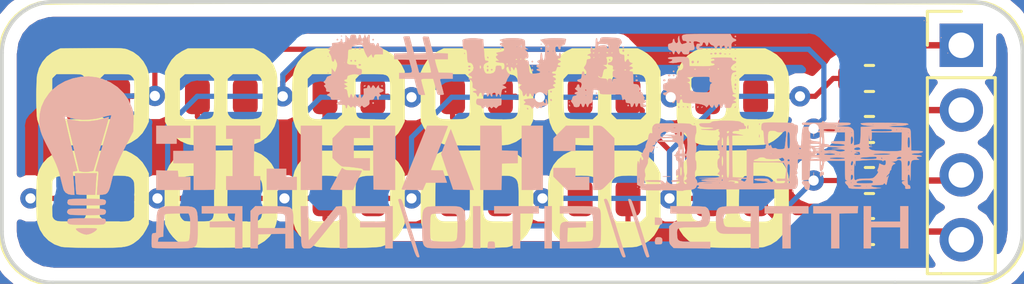
<source format=kicad_pcb>
(kicad_pcb (version 20171130) (host pcbnew "(5.0.0)")
  (layers (0 F.Cu signal hide) (31 B.Cu signal hide) (34 B.Paste user hide) (35 F.Paste user hide) (36 B.SilkS user) (37 F.SilkS user hide) (38 B.Mask user hide) (39 F.Mask user hide) (44 Edge.Cuts user))
  (net 0 "")
  (net 1 /IO1)
  (net 2 /IO2)
  (net 3 /IO3)
  (net 4 /IO4)
  (net 5 /PINCON1)
  (net 6 /PINCON2)
  (net 7 /PINCON3)
  (net 8 /PINCON4)
  (module LED_SMD:LED_0805_2012Metric (layer F.Cu) (at 176 103)
    (fp_text reference "" hide)
    (fp_text value "" hide)
    (pad 1 smd roundrect (at -0.9375 0) (size 0.975 1.4) (layers F.Cu F.Paste F.Mask) (net 3 /IO3))
    (pad 2 smd roundrect (at 0.9375 0) (size 0.975 1.4) (layers F.Cu F.Paste F.Mask) (net 1 /IO1))
  )
  (module LED_SMD:LED_0805_2012Metric (layer F.Cu) (at 176 107)
    (fp_text reference "" hide)
    (fp_text value "" hide)
    (pad 2 smd roundrect (at 0.9375 0) (size 0.975 1.4) (layers F.Cu F.Paste F.Mask) (net 3 /IO3))
    (pad 1 smd roundrect (at -0.9375 0) (size 0.975 1.4) (layers F.Cu F.Paste F.Mask) (net 1 /IO1))
  )
  (module LED_SMD:LED_0805_2012Metric (layer F.Cu) (at 181 103)
    (fp_text reference "" hide)
    (fp_text value "")
    (pad 1 smd roundrect (at -0.9375 0) (size 0.975 1.4) (layers F.Cu F.Paste F.Mask) (net 4 /IO4))
    (pad 2 smd roundrect (at 0.9375 0) (size 0.975 1.4) (layers F.Cu F.Paste F.Mask) (net 1 /IO1))
  )
  (module LED_SMD:LED_0805_2012Metric (layer F.Cu) (at 181 107)
    (fp_text reference "" hide)
    (fp_text value "" hide)
    (pad 2 smd roundrect (at 0.9375 0) (size 0.975 1.4) (layers F.Cu F.Paste F.Mask) (net 4 /IO4))
    (pad 1 smd roundrect (at -0.9375 0) (size 0.975 1.4) (layers F.Cu F.Paste F.Mask) (net 1 /IO1))
  )
  (module LED_SMD:LED_0805_2012Metric (layer F.Cu) (at 156 103)
    (fp_text reference "" hide)
    (fp_text value "")
    (pad 1 smd roundrect (at -0.9375 0) (size 0.975 1.4) (layers F.Cu F.Paste F.Mask) (net 2 /IO2))
    (pad 2 smd roundrect (at 0.9375 0) (size 0.975 1.4) (layers F.Cu F.Paste F.Mask) (net 1 /IO1))
  )
  (module LED_SMD:LED_0805_2012Metric (layer F.Cu) (at 156 107)
    (fp_text reference "" (at 0 -1.65) (layer F.SilkS))
    (fp_text value "" hide)
    (pad 1 smd roundrect (at -0.9375 0) (size 0.975 1.4) (layers F.Cu F.Paste F.Mask) (net 1 /IO1))
    (pad 2 smd roundrect (at 0.9375 0) (size 0.975 1.4) (layers F.Cu F.Paste F.Mask) (net 2 /IO2))
  )
  (module LED_SMD:LED_0805_2012Metric (layer F.Cu) (at 161 103)
    (fp_text reference "" hide)
    (fp_text value "")
    (pad 2 smd roundrect (at 0.9375 0) (size 0.975 1.4) (layers F.Cu F.Paste F.Mask) (net 2 /IO2))
    (pad 1 smd roundrect (at -0.9375 0) (size 0.975 1.4) (layers F.Cu F.Paste F.Mask) (net 3 /IO3))
  )
  (module LED_SMD:LED_0805_2012Metric (layer F.Cu) (at 161 107)
    (fp_text reference "" (at 0 -1.65) (layer F.SilkS))
    (fp_text value "" hide)
    (pad 2 smd roundrect (at 0.9375 0) (size 0.975 1.4) (layers F.Cu F.Paste F.Mask) (net 3 /IO3))
    (pad 1 smd roundrect (at -0.9375 0) (size 0.975 1.4) (layers F.Cu F.Paste F.Mask) (net 2 /IO2))
  )
  (module LED_SMD:LED_0805_2012Metric (layer F.Cu) (at 166 103)
    (fp_text reference "" hide)
    (fp_text value "" hide)
    (pad 1 smd roundrect (at -0.9375 0) (size 0.975 1.4) (layers F.Cu F.Paste F.Mask) (net 4 /IO4))
    (pad 2 smd roundrect (at 0.9375 0) (size 0.975 1.4) (layers F.Cu F.Paste F.Mask) (net 3 /IO3))
  )
  (module LED_SMD:LED_0805_2012Metric (layer F.Cu) (at 166 107)
    (fp_text reference "" hide)
    (fp_text value "" hide)
    (pad 2 smd roundrect (at 0.9375 0) (size 0.975 1.4) (layers F.Cu F.Paste F.Mask) (net 4 /IO4))
    (pad 1 smd roundrect (at -0.9375 0) (size 0.975 1.4) (layers F.Cu F.Paste F.Mask) (net 3 /IO3))
  )
  (module LED_SMD:LED_0805_2012Metric (layer F.Cu) (at 171 103)
    (fp_text reference "" hide)
    (fp_text value "")
    (pad 1 smd roundrect (at -0.9375 0) (size 0.975 1.4) (layers F.Cu F.Paste F.Mask) (net 2 /IO2))
    (pad 2 smd roundrect (at 0.9375 0) (size 0.975 1.4) (layers F.Cu F.Paste F.Mask) (net 4 /IO4))
  )
  (module LED_SMD:LED_0805_2012Metric (layer F.Cu) (at 171 107)
    (fp_text reference "" hide)
    (fp_text value "" hide)
    (pad 2 smd roundrect (at 0.9375 0) (size 0.975 1.4) (layers F.Cu F.Paste F.Mask) (net 2 /IO2))
    (pad 1 smd roundrect (at -0.9375 0) (size 0.975 1.4) (layers F.Cu F.Paste F.Mask) (net 4 /IO4))
  )
  (module Connector_PinHeader_2.54mm:PinHeader_1x04_P2.54mm_Vertical (layer F.Cu) (at 190 101)
    (fp_text reference "" hide)
    (fp_text value "")
    (pad 1 thru_hole rect (at 0 0) (size 1.7 1.7) (drill 1) (layers *.Cu *.Mask) (net 5 /PINCON1))
    (pad 2 thru_hole oval (at 0 2.54) (size 1.7 1.7) (drill 1) (layers *.Cu *.Mask) (net 6 /PINCON2))
    (pad 3 thru_hole oval (at 0 5.08) (size 1.7 1.7) (drill 1) (layers *.Cu *.Mask) (net 7 /PINCON3))
    (pad 4 thru_hole oval (at 0 7.62) (size 1.7 1.7) (drill 1) (layers *.Cu *.Mask) (net 8 /PINCON4))
  )
  (module Resistor_SMD:R_0603_1608Metric (layer F.Cu) (at 186.4 102.3 180)
    (fp_text reference "" (at 0 -1.43 180) (layer F.SilkS))
    (fp_text value "")
    (pad 2 smd roundrect (at 0.7875 0 180) (size 0.875 0.95) (layers F.Cu F.Paste F.Mask) (net 1 /IO1))
    (pad 1 smd roundrect (at -0.7875 0 180) (size 0.875 0.95) (layers F.Cu F.Paste F.Mask) (net 5 /PINCON1))
  )
  (module Resistor_SMD:R_0603_1608Metric (layer F.Cu) (at 186.4 104.3 180)
    (fp_text reference "" (at 0 -1.43 180) (layer F.SilkS))
    (fp_text value "")
    (pad 1 smd roundrect (at -0.7875 0 180) (size 0.875 0.95) (layers F.Cu F.Paste F.Mask) (net 6 /PINCON2))
    (pad 2 smd roundrect (at 0.7875 0 180) (size 0.875 0.95) (layers F.Cu F.Paste F.Mask) (net 2 /IO2))
  )
  (module Resistor_SMD:R_0603_1608Metric (layer F.Cu) (at 186.4 106.3 180)
    (fp_text reference "" (at 0 -1.43 180) (layer F.SilkS))
    (fp_text value "")
    (pad 2 smd roundrect (at 0.7875 0 180) (size 0.875 0.95) (layers F.Cu F.Paste F.Mask) (net 3 /IO3))
    (pad 1 smd roundrect (at -0.7875 0 180) (size 0.875 0.95) (layers F.Cu F.Paste F.Mask) (net 7 /PINCON3))
  )
  (module Resistor_SMD:R_0603_1608Metric (layer F.Cu) (at 186.4 108.3 180)
    (fp_text reference "" (at 0 -1.43 180) (layer F.SilkS))
    (fp_text value "")
    (pad 1 smd roundrect (at -0.7875 0 180) (size 0.875 0.95) (layers F.Cu F.Paste F.Mask) (net 8 /PINCON4))
    (pad 2 smd roundrect (at 0.7875 0 180) (size 0.875 0.95) (layers F.Cu F.Paste F.Mask) (net 4 /IO4))
  )
  (module CHARLIE:topsilk (layer F.Cu) (at 172.4 104.8)
    (fp_text reference G*** hide)
    (fp_text value LOGO hide)
  )
  (module CHARLIE:bottomsilk (layer B.Cu) (at 169.4 105.3 180)
    (fp_text reference G*** hide)
    (fp_text value LOGO hide)
  )
  (gr_line (start 190.4 110.3) (end 187.4 110.3) (layer Edge.Cuts) (width 0.15))
  (gr_line (start 187.4 99.3) (end 190.4 99.3) (layer Edge.Cuts) (width 0.15))
  (gr_line (start 152.4 101.3) (end 152.4 108.3) (layer Edge.Cuts) (width 0.15))
  (gr_arc (start 154.4 101.3) (end 154.4 99.3) (angle -90) (layer Edge.Cuts) (width 0.15))
  (gr_line (start 187.4 99.3) (end 154.4 99.3) (layer Edge.Cuts) (width 0.15))
  (gr_arc (start 190.4 101.3) (end 192.4 101.3) (angle -90) (layer Edge.Cuts) (width 0.15))
  (gr_line (start 192.4 108.3) (end 192.4 101.3) (layer Edge.Cuts) (width 0.15))
  (gr_arc (start 190.4 108.3) (end 190.4 110.3) (angle -90) (layer Edge.Cuts) (width 0.15))
  (gr_line (start 154.4 110.3) (end 187.4 110.3) (layer Edge.Cuts) (width 0.15))
  (gr_arc (start 154.4 108.3) (end 152.4 108.3) (angle -90) (layer Edge.Cuts) (width 0.15))
  (segment (start 155.0625 107) (end 153.5196 107) (width 0.2032) (layer F.Cu) (net 1))
  (segment (start 157.525 103) (end 157.5402 102.9848) (width 0.2032) (layer F.Cu) (net 1))
  (segment (start 156.9375 103) (end 157.525 103) (width 0.2032) (layer F.Cu) (net 1))
  (segment (start 157.5402 102.9848) (end 158.3944 102.9848) (width 0.2032) (layer F.Cu) (net 1))
  (segment (start 158.3944 102.9848) (end 158.3944 102.9848) (width 0.2032) (layer F.Cu) (net 1))
  (via (at 158.3944 102.9848) (size 0.8) (drill 0.4) (layers F.Cu B.Cu) (net 1))
  (segment (start 153.5196 107) (end 153.5196 107) (width 0.2032) (layer F.Cu) (net 1))
  (via (at 153.5196 107) (size 0.8) (drill 0.4) (layers F.Cu B.Cu) (net 1))
  (segment (start 153.919599 106.600001) (end 153.919599 104.157601) (width 0.2032) (layer B.Cu) (net 1))
  (segment (start 153.5196 107) (end 153.919599 106.600001) (width 0.2032) (layer B.Cu) (net 1))
  (segment (start 155.0924 102.9848) (end 158.3944 102.9848) (width 0.2032) (layer B.Cu) (net 1))
  (segment (start 153.919599 104.157601) (end 155.0924 102.9848) (width 0.2032) (layer B.Cu) (net 1))
  (segment (start 181.9375 103) (end 183.6776 103) (width 0.2032) (layer F.Cu) (net 1))
  (segment (start 180.0625 107) (end 178.564 107) (width 0.2032) (layer F.Cu) (net 1))
  (segment (start 174.475 107) (end 174.473 106.998) (width 0.2032) (layer F.Cu) (net 1))
  (segment (start 175.0625 107) (end 174.475 107) (width 0.2032) (layer F.Cu) (net 1))
  (segment (start 174.475 107) (end 173.5856 107) (width 0.2032) (layer F.Cu) (net 1))
  (segment (start 177.493737 103.556237) (end 177.493737 104.050137) (width 0.2032) (layer F.Cu) (net 1))
  (segment (start 176.9375 103) (end 177.493737 103.556237) (width 0.2032) (layer F.Cu) (net 1))
  (segment (start 178.564 105.1204) (end 178.564 107) (width 0.2032) (layer F.Cu) (net 1))
  (segment (start 177.493737 104.050137) (end 178.564 105.1204) (width 0.2032) (layer F.Cu) (net 1))
  (segment (start 178.564 107) (end 178.564 107) (width 0.2032) (layer F.Cu) (net 1))
  (via (at 178.564 107) (size 0.8) (drill 0.4) (layers F.Cu B.Cu) (net 1))
  (segment (start 173.5856 107) (end 173.5856 107) (width 0.2032) (layer F.Cu) (net 1))
  (via (at 173.5856 107) (size 0.8) (drill 0.4) (layers F.Cu B.Cu) (net 1))
  (segment (start 183.6776 103) (end 183.6776 103) (width 0.2032) (layer F.Cu) (net 1))
  (via (at 183.6776 103) (size 0.8) (drill 0.4) (layers F.Cu B.Cu) (net 1))
  (segment (start 178.564 107) (end 178.564 105.1672) (width 0.2032) (layer B.Cu) (net 1))
  (segment (start 180.7312 103) (end 183.6776 103) (width 0.2032) (layer B.Cu) (net 1))
  (segment (start 178.564 105.1672) (end 180.7312 103) (width 0.2032) (layer B.Cu) (net 1))
  (segment (start 176.9375 102.2) (end 176.9375 103) (width 0.2032) (layer F.Cu) (net 1))
  (segment (start 176.9375 101.5635) (end 176.9375 102.2) (width 0.2032) (layer F.Cu) (net 1))
  (segment (start 176.53 101.156) (end 176.9375 101.5635) (width 0.2032) (layer F.Cu) (net 1))
  (segment (start 159.004 101.156) (end 176.53 101.156) (width 0.2032) (layer F.Cu) (net 1))
  (segment (start 158.3944 102.9848) (end 158.3944 101.7656) (width 0.2032) (layer F.Cu) (net 1))
  (segment (start 158.3944 101.7656) (end 159.004 101.156) (width 0.2032) (layer F.Cu) (net 1))
  (segment (start 177.998315 107) (end 173.5856 107) (width 0.2032) (layer B.Cu) (net 1))
  (segment (start 178.564 107) (end 177.998315 107) (width 0.2032) (layer B.Cu) (net 1))
  (segment (start 185.6115 102.299) (end 185.6125 102.3) (width 0.2032) (layer F.Cu) (net 1))
  (segment (start 184.9755 102.299) (end 185.6115 102.299) (width 0.2032) (layer F.Cu) (net 1))
  (segment (start 183.6776 103) (end 184.2745 103) (width 0.2032) (layer F.Cu) (net 1))
  (segment (start 184.2745 103) (end 184.9755 102.299) (width 0.2032) (layer F.Cu) (net 1))
  (segment (start 157.525 107) (end 158.496 107) (width 0.2032) (layer F.Cu) (net 2))
  (segment (start 156.9375 107) (end 157.525 107) (width 0.2032) (layer F.Cu) (net 2))
  (segment (start 156.9375 105.6935) (end 156.9375 107) (width 0.2032) (layer F.Cu) (net 2))
  (segment (start 155.0625 103) (end 155.0625 103.8185) (width 0.2032) (layer F.Cu) (net 2))
  (segment (start 155.0625 103.8185) (end 156.9375 105.6935) (width 0.2032) (layer F.Cu) (net 2))
  (segment (start 171.9375 105.7075) (end 171.9375 107) (width 0.2032) (layer F.Cu) (net 2))
  (segment (start 170.0625 103) (end 170.0625 103.8325) (width 0.2032) (layer F.Cu) (net 2))
  (segment (start 170.0625 103.8325) (end 171.9375 105.7075) (width 0.2032) (layer F.Cu) (net 2))
  (segment (start 158.496 107) (end 160.0625 107) (width 0.2032) (layer F.Cu) (net 2))
  (via (at 158.496 107) (size 0.8) (drill 0.4) (layers F.Cu B.Cu) (net 2))
  (segment (start 161.9375 103) (end 163.4084 103) (width 0.2032) (layer F.Cu) (net 2))
  (segment (start 163.4084 103) (end 163.4084 103) (width 0.2032) (layer F.Cu) (net 2))
  (via (at 163.4084 103) (size 0.8) (drill 0.4) (layers F.Cu B.Cu) (net 2))
  (segment (start 158.895999 106.600001) (end 158.895999 104.159601) (width 0.2032) (layer B.Cu) (net 2))
  (segment (start 158.496 107) (end 158.895999 106.600001) (width 0.2032) (layer B.Cu) (net 2))
  (segment (start 160.0556 103) (end 163.4084 103) (width 0.2032) (layer B.Cu) (net 2))
  (segment (start 158.895999 104.159601) (end 160.0556 103) (width 0.2032) (layer B.Cu) (net 2))
  (segment (start 170.0625 102.0545) (end 170.0625 103) (width 0.2032) (layer F.Cu) (net 2))
  (segment (start 169.672 101.664) (end 170.0625 102.0545) (width 0.2032) (layer F.Cu) (net 2))
  (segment (start 164.178715 101.664) (end 169.672 101.664) (width 0.2032) (layer F.Cu) (net 2))
  (segment (start 163.4084 103) (end 163.4084 102.434315) (width 0.2032) (layer F.Cu) (net 2))
  (segment (start 163.4084 102.434315) (end 164.178715 101.664) (width 0.2032) (layer F.Cu) (net 2))
  (segment (start 185.075 104.3) (end 185.0425 104.2675) (width 0.2032) (layer F.Cu) (net 2))
  (segment (start 185.6125 104.3) (end 185.075 104.3) (width 0.2032) (layer F.Cu) (net 2))
  (segment (start 185.0425 104.2675) (end 184.2135 104.2675) (width 0.2032) (layer F.Cu) (net 2))
  (segment (start 184.2135 104.2675) (end 184.2135 104.2675) (width 0.2032) (layer F.Cu) (net 2))
  (via (at 184.2135 104.2675) (size 0.8) (drill 0.4) (layers F.Cu B.Cu) (net 2))
  (segment (start 163.4084 102.1491) (end 163.4084 103) (width 0.2032) (layer B.Cu) (net 2))
  (segment (start 164.4015 101.156) (end 163.4084 102.1491) (width 0.2032) (layer B.Cu) (net 2))
  (segment (start 184.023 101.156) (end 164.4015 101.156) (width 0.2032) (layer B.Cu) (net 2))
  (segment (start 184.613499 101.746499) (end 184.023 101.156) (width 0.2032) (layer B.Cu) (net 2))
  (segment (start 184.2135 104.2675) (end 184.613499 103.867501) (width 0.2032) (layer B.Cu) (net 2))
  (segment (start 184.613499 103.867501) (end 184.613499 101.746499) (width 0.2032) (layer B.Cu) (net 2))
  (segment (start 161.9375 107) (end 163.4744 107) (width 0.2032) (layer F.Cu) (net 3))
  (segment (start 161.9375 105.675) (end 161.9375 107) (width 0.2032) (layer F.Cu) (net 3))
  (segment (start 160.0625 103) (end 160.0625 103.8) (width 0.2032) (layer F.Cu) (net 3))
  (segment (start 160.0625 103.8) (end 161.9375 105.675) (width 0.2032) (layer F.Cu) (net 3))
  (segment (start 176.9375 105.7291) (end 176.9375 107) (width 0.2032) (layer F.Cu) (net 3))
  (segment (start 175.0625 103) (end 175.0625 103.8541) (width 0.2032) (layer F.Cu) (net 3))
  (segment (start 175.0625 103.8541) (end 176.9375 105.7291) (width 0.2032) (layer F.Cu) (net 3))
  (segment (start 163.4744 107) (end 165.0625 107) (width 0.2032) (layer F.Cu) (net 3))
  (via (at 163.4744 107) (size 0.8) (drill 0.4) (layers F.Cu B.Cu) (net 3))
  (segment (start 167.525 103) (end 167.5606 103.0356) (width 0.2032) (layer F.Cu) (net 3))
  (segment (start 166.9375 103) (end 167.525 103) (width 0.2032) (layer F.Cu) (net 3))
  (segment (start 167.5606 103.0356) (end 168.4528 103.0356) (width 0.2032) (layer F.Cu) (net 3))
  (segment (start 168.4528 103.0356) (end 168.4528 103.0356) (width 0.2032) (layer F.Cu) (net 3))
  (via (at 168.4528 103.0356) (size 0.8) (drill 0.4) (layers F.Cu B.Cu) (net 3))
  (segment (start 163.874399 106.600001) (end 163.874399 104.058001) (width 0.2032) (layer B.Cu) (net 3))
  (segment (start 163.4744 107) (end 163.874399 106.600001) (width 0.2032) (layer B.Cu) (net 3))
  (segment (start 164.8968 103.0356) (end 168.4528 103.0356) (width 0.2032) (layer B.Cu) (net 3))
  (segment (start 163.874399 104.058001) (end 164.8968 103.0356) (width 0.2032) (layer B.Cu) (net 3))
  (segment (start 176.9375 108.1145) (end 176.9375 107) (width 0.2032) (layer F.Cu) (net 3))
  (segment (start 176.276 108.776) (end 176.9375 108.1145) (width 0.2032) (layer F.Cu) (net 3))
  (segment (start 166.0385 108.776) (end 176.276 108.776) (width 0.2032) (layer F.Cu) (net 3))
  (segment (start 165.0625 107) (end 165.0625 107.8) (width 0.2032) (layer F.Cu) (net 3))
  (segment (start 165.0625 107.8) (end 166.0385 108.776) (width 0.2032) (layer F.Cu) (net 3))
  (segment (start 185.6125 106.3) (end 184.2135 106.3) (width 0.2032) (layer F.Cu) (net 3))
  (segment (start 184.2135 106.3) (end 184.0235 106.3) (width 0.2032) (layer F.Cu) (net 3))
  (via (at 184.2135 106.3) (size 0.8) (drill 0.4) (layers F.Cu B.Cu) (net 3))
  (segment (start 184.2135 106.3) (end 182.436 108.0775) (width 0.2032) (layer B.Cu) (net 3))
  (segment (start 164.5519 108.0775) (end 163.4744 107) (width 0.2032) (layer B.Cu) (net 3))
  (segment (start 182.436 108.0775) (end 164.5519 108.0775) (width 0.2032) (layer B.Cu) (net 3))
  (segment (start 167.525 107) (end 168.4528 107) (width 0.2032) (layer F.Cu) (net 4))
  (segment (start 166.9375 107) (end 167.525 107) (width 0.2032) (layer F.Cu) (net 4))
  (segment (start 166.9375 105.6859) (end 166.9375 107) (width 0.2032) (layer F.Cu) (net 4))
  (segment (start 165.0625 103) (end 165.0625 103.8109) (width 0.2032) (layer F.Cu) (net 4))
  (segment (start 165.0625 103.8109) (end 166.9375 105.6859) (width 0.2032) (layer F.Cu) (net 4))
  (segment (start 181.9375 105.9539) (end 181.9375 107) (width 0.2032) (layer F.Cu) (net 4))
  (segment (start 180.0625 103) (end 180.0625 104.0789) (width 0.2032) (layer F.Cu) (net 4))
  (segment (start 180.0625 104.0789) (end 181.9375 105.9539) (width 0.2032) (layer F.Cu) (net 4))
  (segment (start 168.4528 107) (end 170.0625 107) (width 0.2032) (layer F.Cu) (net 4))
  (via (at 168.4528 107) (size 0.8) (drill 0.4) (layers F.Cu B.Cu) (net 4))
  (segment (start 172.525 103) (end 172.5606 103.0356) (width 0.2032) (layer F.Cu) (net 4))
  (segment (start 171.9375 103) (end 172.525 103) (width 0.2032) (layer F.Cu) (net 4))
  (segment (start 172.5606 103.0356) (end 173.482 103.0356) (width 0.2032) (layer F.Cu) (net 4))
  (segment (start 173.482 103.0356) (end 173.482 103.0356) (width 0.2032) (layer F.Cu) (net 4))
  (via (at 173.482 103.0356) (size 0.8) (drill 0.4) (layers F.Cu B.Cu) (net 4))
  (segment (start 170.0276 103.0356) (end 173.482 103.0356) (width 0.2032) (layer B.Cu) (net 4))
  (segment (start 168.4528 107) (end 168.4528 104.6104) (width 0.2032) (layer B.Cu) (net 4))
  (segment (start 168.4528 104.6104) (end 170.0276 103.0356) (width 0.2032) (layer B.Cu) (net 4))
  (segment (start 180.0625 103) (end 178.6128 103.0356) (width 0.2032) (layer F.Cu) (net 4))
  (segment (start 178.75 103) (end 178.7144 103.0356) (width 0.2032) (layer F.Cu) (net 4))
  (segment (start 178.7144 103.0356) (end 178.6128 103.0356) (width 0.2032) (layer F.Cu) (net 4))
  (segment (start 178.6128 103.0356) (end 178.75 103) (width 0.2032) (layer F.Cu) (net 4))
  (via (at 178.6128 103.0356) (size 0.8) (drill 0.4) (layers F.Cu B.Cu) (net 4))
  (segment (start 173.482 103.0356) (end 178.6128 103.0356) (width 0.2032) (layer B.Cu) (net 4))
  (segment (start 184.944 108.3) (end 185.6125 108.3) (width 0.2032) (layer F.Cu) (net 4))
  (segment (start 184.912 108.268) (end 184.944 108.3) (width 0.2032) (layer F.Cu) (net 4))
  (segment (start 181.9375 107) (end 183.2055 108.268) (width 0.2032) (layer F.Cu) (net 4))
  (segment (start 183.2055 108.268) (end 184.912 108.268) (width 0.2032) (layer F.Cu) (net 4))
  (segment (start 188.4875 101) (end 190 101) (width 0.25) (layer F.Cu) (net 5))
  (segment (start 187.1875 102.3) (end 188.4875 101) (width 0.25) (layer F.Cu) (net 5))
  (segment (start 187.9475 103.54) (end 190 103.54) (width 0.25) (layer F.Cu) (net 6))
  (segment (start 187.1875 104.3) (end 187.9475 103.54) (width 0.25) (layer F.Cu) (net 6))
  (segment (start 189.78 106.3) (end 190 106.08) (width 0.25) (layer F.Cu) (net 7))
  (segment (start 187.1875 106.3) (end 189.78 106.3) (width 0.25) (layer F.Cu) (net 7))
  (segment (start 189.68 108.3) (end 190 108.62) (width 0.25) (layer F.Cu) (net 8))
  (segment (start 187.1875 108.3) (end 189.68 108.3) (width 0.25) (layer F.Cu) (net 8))
  (zone (net 0) (net_name "") (layer F.Cu) (connect_pads (clearance 0.508)) (min_thickness 0.254) (fill yes (arc_segments 16) (thermal_gap 0.508) (thermal_bridge_width 0.508))
    (polygon (pts (xy 151.4 111.3) (xy 151.4 98.3) (xy 193.4 98.3) (xy 193.4 111.3)))
  )
  (zone (net 0) (net_name "") (layer B.Cu) (connect_pads (clearance 0.508)) (min_thickness 0.254) (fill yes (arc_segments 16) (thermal_gap 0.508) (thermal_bridge_width 0.508))
    (polygon (pts (xy 151.4 110.3) (xy 151.4 98.3) (xy 193.4 98.3) (xy 193.4 111.3) (xy 151.4 111.3)))
  )
)
</source>
